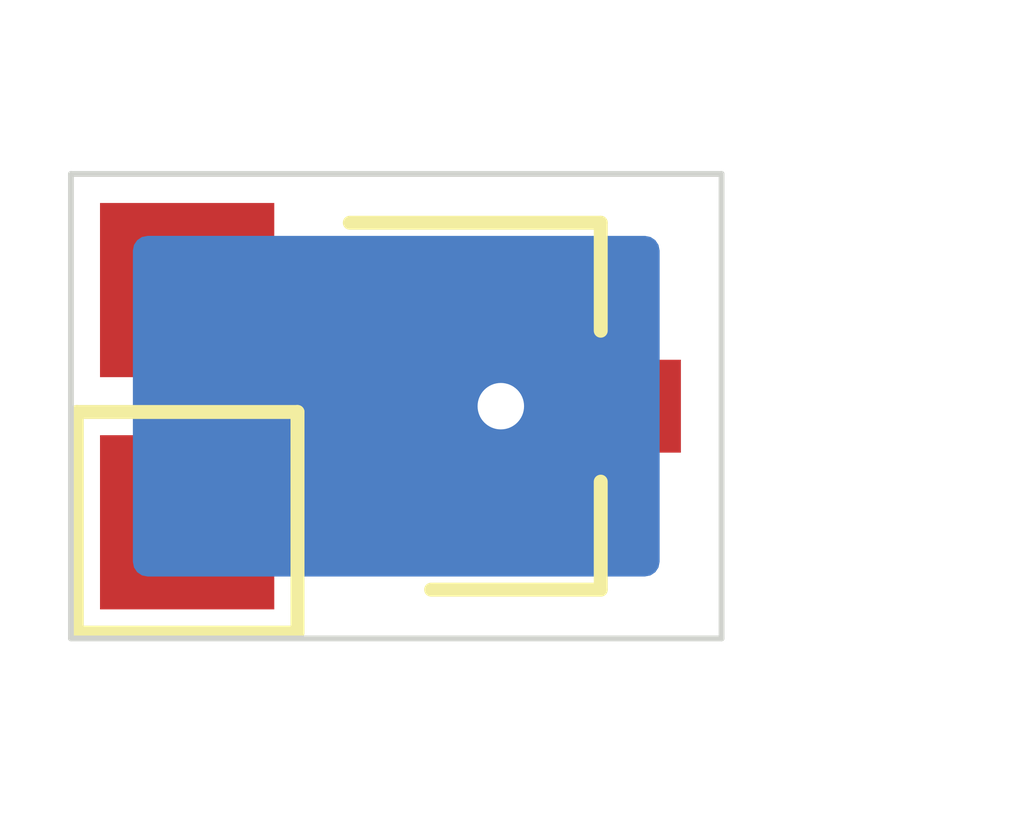
<source format=kicad_pcb>
(kicad_pcb (version 20171130) (host pcbnew 5.1.5+dfsg1-2build2)

  (general
    (thickness 1.6)
    (drawings 4)
    (tracks 8)
    (zones 0)
    (modules 3)
    (nets 3)
  )

  (page A4)
  (layers
    (0 F.Cu signal)
    (31 B.Cu signal)
    (32 B.Adhes user)
    (33 F.Adhes user)
    (34 B.Paste user)
    (35 F.Paste user)
    (36 B.SilkS user)
    (37 F.SilkS user)
    (38 B.Mask user)
    (39 F.Mask user)
    (40 Dwgs.User user)
    (41 Cmts.User user)
    (42 Eco1.User user)
    (43 Eco2.User user)
    (44 Edge.Cuts user)
    (45 Margin user)
    (46 B.CrtYd user)
    (47 F.CrtYd user)
    (48 B.Fab user)
    (49 F.Fab user)
  )

  (setup
    (last_trace_width 0.25)
    (trace_clearance 0.2)
    (zone_clearance 0.508)
    (zone_45_only no)
    (trace_min 0.2)
    (via_size 0.8)
    (via_drill 0.4)
    (via_min_size 0.4)
    (via_min_drill 0.3)
    (uvia_size 0.3)
    (uvia_drill 0.1)
    (uvias_allowed no)
    (uvia_min_size 0.2)
    (uvia_min_drill 0.1)
    (edge_width 0.05)
    (segment_width 0.2)
    (pcb_text_width 0.3)
    (pcb_text_size 1.5 1.5)
    (mod_edge_width 0.12)
    (mod_text_size 1 1)
    (mod_text_width 0.15)
    (pad_size 1.524 1.524)
    (pad_drill 0.762)
    (pad_to_mask_clearance 0.051)
    (solder_mask_min_width 0.25)
    (aux_axis_origin 71.8 82)
    (visible_elements FFFFFF7F)
    (pcbplotparams
      (layerselection 0x010fc_ffffffff)
      (usegerberextensions true)
      (usegerberattributes false)
      (usegerberadvancedattributes false)
      (creategerberjobfile false)
      (excludeedgelayer true)
      (linewidth 0.100000)
      (plotframeref false)
      (viasonmask false)
      (mode 1)
      (useauxorigin true)
      (hpglpennumber 1)
      (hpglpenspeed 20)
      (hpglpendiameter 15.000000)
      (psnegative false)
      (psa4output false)
      (plotreference false)
      (plotvalue false)
      (plotinvisibletext false)
      (padsonsilk false)
      (subtractmaskfromsilk true)
      (outputformat 1)
      (mirror false)
      (drillshape 0)
      (scaleselection 1)
      (outputdirectory "gerbers/"))
  )

  (net 0 "")
  (net 1 "Net-(Q1-Pad1)")
  (net 2 "Net-(Q1-Pad2)")

  (net_class Default "This is the default net class."
    (clearance 0.2)
    (trace_width 0.25)
    (via_dia 0.8)
    (via_drill 0.4)
    (uvia_dia 0.3)
    (uvia_drill 0.1)
    (add_net "Net-(Q1-Pad1)")
    (add_net "Net-(Q1-Pad2)")
  )

  (module TestPoint:TestPoint_Pad_1.5x1.5mm (layer F.Cu) (tedit 6189F2A3) (tstamp 618A4C49)
    (at 67.2 83)
    (descr "SMD rectangular pad as test Point, square 1.5mm side length")
    (tags "test point SMD pad rectangle square")
    (path /6189F363)
    (attr virtual)
    (fp_text reference TP1 (at 0 -1.648 90) (layer F.SilkS) hide
      (effects (font (size 1 1) (thickness 0.15)))
    )
    (fp_text value -+ (at 0 1.75) (layer F.Fab)
      (effects (font (size 1 1) (thickness 0.15)))
    )
    (fp_line (start 1.25 1.25) (end -1.25 1.25) (layer F.CrtYd) (width 0.05))
    (fp_line (start 1.25 1.25) (end 1.25 -1.25) (layer F.CrtYd) (width 0.05))
    (fp_line (start -1.25 -1.25) (end -1.25 1.25) (layer F.CrtYd) (width 0.05))
    (fp_line (start -1.25 -1.25) (end 1.25 -1.25) (layer F.CrtYd) (width 0.05))
    (fp_text user %R (at 0 -1.65) (layer F.Fab)
      (effects (font (size 1 1) (thickness 0.15)))
    )
    (pad 1 smd rect (at 0 0) (size 1.5 1.5) (layers F.Cu F.Mask)
      (net 1 "Net-(Q1-Pad1)"))
  )

  (module TestPoint:TestPoint_Pad_1.5x1.5mm (layer F.Cu) (tedit 5A0F774F) (tstamp 618A4C57)
    (at 67.2 85)
    (descr "SMD rectangular pad as test Point, square 1.5mm side length")
    (tags "test point SMD pad rectangle square")
    (path /618A02AF)
    (attr virtual)
    (fp_text reference TP2 (at 0 -1.648) (layer F.SilkS) hide
      (effects (font (size 1 1) (thickness 0.15)))
    )
    (fp_text value +- (at 0 1.75) (layer F.Fab)
      (effects (font (size 1 1) (thickness 0.15)))
    )
    (fp_line (start 1.25 1.25) (end -1.25 1.25) (layer F.CrtYd) (width 0.05))
    (fp_line (start 1.25 1.25) (end 1.25 -1.25) (layer F.CrtYd) (width 0.05))
    (fp_line (start -1.25 -1.25) (end -1.25 1.25) (layer F.CrtYd) (width 0.05))
    (fp_line (start -1.25 -1.25) (end 1.25 -1.25) (layer F.CrtYd) (width 0.05))
    (fp_line (start -0.95 0.95) (end -0.95 -0.95) (layer F.SilkS) (width 0.12))
    (fp_line (start 0.95 0.95) (end -0.95 0.95) (layer F.SilkS) (width 0.12))
    (fp_line (start 0.95 -0.95) (end 0.95 0.95) (layer F.SilkS) (width 0.12))
    (fp_line (start -0.95 -0.95) (end 0.95 -0.95) (layer F.SilkS) (width 0.12))
    (fp_text user %R (at 0 -1.65) (layer F.Fab)
      (effects (font (size 1 1) (thickness 0.15)))
    )
    (pad 1 smd rect (at 0 0) (size 1.5 1.5) (layers F.Cu F.Mask)
      (net 2 "Net-(Q1-Pad2)"))
  )

  (module Package_TO_SOT_SMD:SOT-23 (layer F.Cu) (tedit 5A02FF57) (tstamp 618A4C3B)
    (at 70 84)
    (descr "SOT-23, Standard")
    (tags SOT-23)
    (path /6189EFC9)
    (attr smd)
    (fp_text reference Q1 (at 0 -2.5) (layer F.SilkS) hide
      (effects (font (size 1 1) (thickness 0.15)))
    )
    (fp_text value Q_NPN_BEC (at 0 2.5) (layer F.Fab)
      (effects (font (size 1 1) (thickness 0.15)))
    )
    (fp_line (start 0.76 1.58) (end -0.7 1.58) (layer F.SilkS) (width 0.12))
    (fp_line (start 0.76 -1.58) (end -1.4 -1.58) (layer F.SilkS) (width 0.12))
    (fp_line (start -1.7 1.75) (end -1.7 -1.75) (layer F.CrtYd) (width 0.05))
    (fp_line (start 1.7 1.75) (end -1.7 1.75) (layer F.CrtYd) (width 0.05))
    (fp_line (start 1.7 -1.75) (end 1.7 1.75) (layer F.CrtYd) (width 0.05))
    (fp_line (start -1.7 -1.75) (end 1.7 -1.75) (layer F.CrtYd) (width 0.05))
    (fp_line (start 0.76 -1.58) (end 0.76 -0.65) (layer F.SilkS) (width 0.12))
    (fp_line (start 0.76 1.58) (end 0.76 0.65) (layer F.SilkS) (width 0.12))
    (fp_line (start -0.7 1.52) (end 0.7 1.52) (layer F.Fab) (width 0.1))
    (fp_line (start 0.7 -1.52) (end 0.7 1.52) (layer F.Fab) (width 0.1))
    (fp_line (start -0.7 -0.95) (end -0.15 -1.52) (layer F.Fab) (width 0.1))
    (fp_line (start -0.15 -1.52) (end 0.7 -1.52) (layer F.Fab) (width 0.1))
    (fp_line (start -0.7 -0.95) (end -0.7 1.5) (layer F.Fab) (width 0.1))
    (fp_text user %R (at 0 0 90) (layer F.Fab)
      (effects (font (size 0.5 0.5) (thickness 0.075)))
    )
    (pad 3 smd rect (at 1 0) (size 0.9 0.8) (layers F.Cu F.Paste F.Mask)
      (net 1 "Net-(Q1-Pad1)"))
    (pad 2 smd rect (at -1 0.95) (size 0.9 0.8) (layers F.Cu F.Paste F.Mask)
      (net 2 "Net-(Q1-Pad2)"))
    (pad 1 smd rect (at -1 -0.95) (size 0.9 0.8) (layers F.Cu F.Paste F.Mask)
      (net 1 "Net-(Q1-Pad1)"))
    (model ${KISYS3DMOD}/Package_TO_SOT_SMD.3dshapes/SOT-23.wrl
      (at (xyz 0 0 0))
      (scale (xyz 1 1 1))
      (rotate (xyz 0 0 0))
    )
  )

  (gr_line (start 66.2 86) (end 66.2 82) (layer Edge.Cuts) (width 0.05) (tstamp 618A4E76))
  (gr_line (start 71.8 86) (end 66.2 86) (layer Edge.Cuts) (width 0.05))
  (gr_line (start 71.8 82) (end 71.8 86) (layer Edge.Cuts) (width 0.05))
  (gr_line (start 66.2 82) (end 71.8 82) (layer Edge.Cuts) (width 0.05))

  (segment (start 68.95 83) (end 69 83.05) (width 0.25) (layer F.Cu) (net 1))
  (segment (start 67.2 83) (end 68.95 83) (width 0.25) (layer F.Cu) (net 1))
  (segment (start 70.05 83.05) (end 70.3 83.3) (width 0.25) (layer F.Cu) (net 1))
  (segment (start 69 83.05) (end 70.05 83.05) (width 0.25) (layer F.Cu) (net 1))
  (segment (start 70.3 83.3) (end 71 84) (width 0.25) (layer F.Cu) (net 1))
  (via (at 69.9 84) (size 0.8) (drill 0.4) (layers F.Cu B.Cu) (net 1))
  (segment (start 68.95 85) (end 69 84.95) (width 0.25) (layer F.Cu) (net 2))
  (segment (start 67.2 85) (end 68.95 85) (width 0.25) (layer F.Cu) (net 2))

  (zone (net 0) (net_name "") (layer B.Mask) (tstamp 0) (hatch edge 0.508)
    (connect_pads (clearance 0.508))
    (min_thickness 0.254)
    (fill yes (arc_segments 32) (thermal_gap 0.508) (thermal_bridge_width 0.508))
    (polygon
      (pts
        (xy 71.85 86.05) (xy 66.15 86.05) (xy 66.15 81.95) (xy 71.85 81.95)
      )
    )
    (filled_polygon
      (pts
        (xy 71.723 85.923) (xy 66.277 85.923) (xy 66.277 82.077) (xy 71.723 82.077)
      )
    )
  )
  (zone (net 1) (net_name "Net-(Q1-Pad1)") (layer B.Cu) (tstamp 0) (hatch edge 0.508)
    (connect_pads (clearance 0.508))
    (min_thickness 0.254)
    (fill yes (arc_segments 32) (thermal_gap 0.508) (thermal_bridge_width 0.508))
    (polygon
      (pts
        (xy 71.85 86.05) (xy 66.1 86.05) (xy 66.1 81.95) (xy 71.85 81.95)
      )
    )
    (filled_polygon
      (pts
        (xy 71.140001 85.34) (xy 66.86 85.34) (xy 66.86 82.66) (xy 71.14 82.66)
      )
    )
  )
)

</source>
